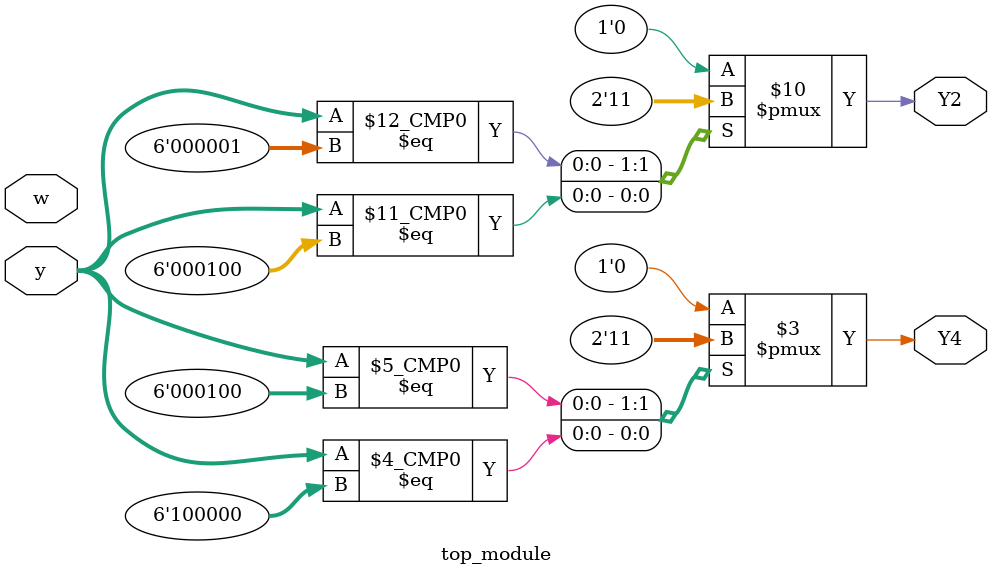
<source format=sv>
module top_module (
    input [6:1] y,
    input w,
    output reg Y2,
    output reg Y4
);

    always @(y) begin
        case(y)
            6'b000001: begin
                Y2 <= 1'b1;
                Y4 <= 1'b0;
            end
            6'b000010: begin
                Y2 <= 1'b0;
                Y4 <= 1'b0;
            end
            6'b000100: begin
                Y2 <= 1'b1;
                Y4 <= 1'b1;
            end
            6'b001000: begin
                Y2 <= 1'b0;
                Y4 <= 1'b0;
            end
            6'b010000: begin
                Y2 <= 1'b0;
                Y4 <= 1'b0;
            end
            6'b100000: begin
                Y2 <= 1'b0;
                Y4 <= 1'b1;
            end
            default: begin
                Y2 <= 1'b0;
                Y4 <= 1'b0;
            end
        endcase
    end

endmodule

</source>
